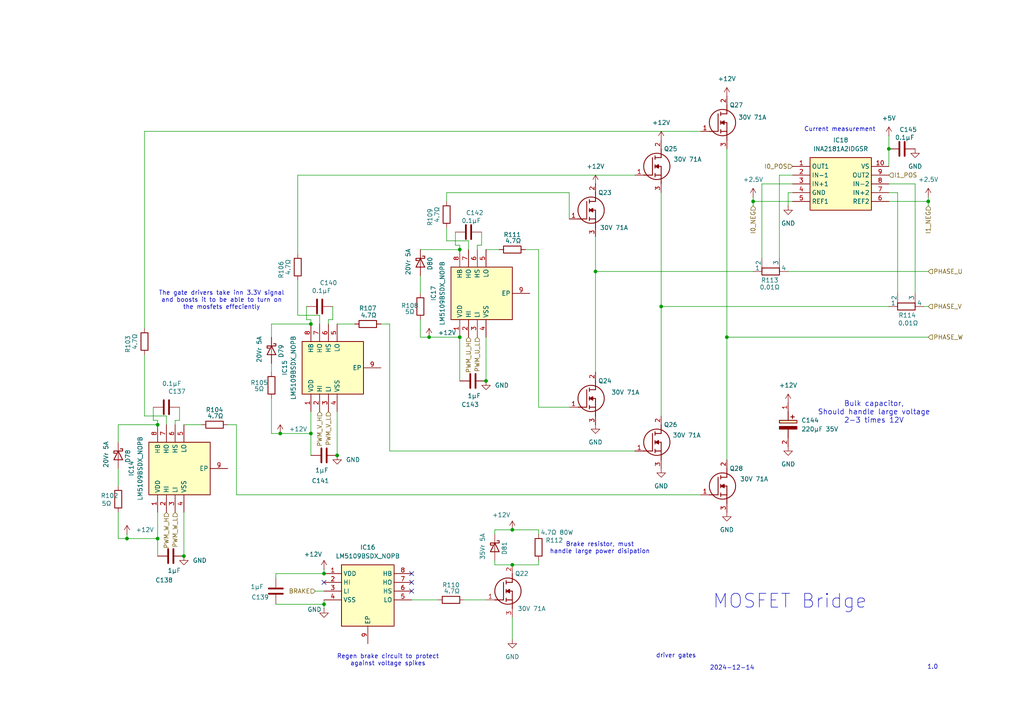
<source format=kicad_sch>
(kicad_sch (version 20231120) (generator "eeschema") (generator_version "8.0")
  (paper "A4")
  (lib_symbols
    (symbol "Device:C" (pin_numbers hide) (pin_names (offset 0.254))
      (property "Reference" "C" (at 0.635 2.54 0))
      (property "Value" "C" (at 0.635 -2.54 0))
      (symbol "C_0_1"
        (polyline (pts (xy -2.032 -0.762) (xy 2.032 -0.762)) (stroke (width 0.508)))
        (polyline (pts (xy -2.032 0.762) (xy 2.032 0.762)) (stroke (width 0.508)))
      )
      (symbol "C_1_1"
        (pin passive line (at 0 3.81 270) (length 2.794) (name "~") (number "1"))
        (pin passive line (at 0 -3.81 90) (length 2.794) (name "~") (number "2"))
      )
    )
    (symbol "Device:D_Schottky" (pin_numbers hide) (pin_names (offset 1.016) hide)
      (property "Reference" "D" (at 0 2.54 0))
      (property "Value" "D_Schottky" (at 0 -2.54 0))
      (symbol "D_Schottky_0_1"
        (polyline (pts (xy 1.27 0) (xy -1.27 0)))
        (polyline (pts (xy 1.27 1.27) (xy 1.27 -1.27) (xy -1.27 0) (xy 1.27 1.27)) (stroke (width 0.254)))
        (polyline (pts (xy -1.905 0.635) (xy -1.905 1.27) (xy -1.27 1.27) (xy -1.27 -1.27) (xy -0.635 -1.27) (xy -0.635 -0.635)) (stroke (width 0.254)))
      )
      (symbol "D_Schottky_1_1"
        (pin passive line (at -3.81 0 0) (length 2.54) (name "K") (number "1"))
        (pin passive line (at 3.81 0 180) (length 2.54) (name "A") (number "2"))
      )
    )
    (symbol "Device:R" (pin_numbers hide) (pin_names (offset 0))
      (property "Reference" "R" (at 2.032 0 90))
      (property "Value" "R" (at 0 0 90))
      (symbol "R_0_1"
        (rectangle (start -1.016 -2.54) (end 1.016 2.54) (stroke (width 0.254)))
      )
      (symbol "R_1_1"
        (pin passive line (at 0 3.81 270) (length 1.27) (name "~") (number "1"))
        (pin passive line (at 0 -3.81 90) (length 1.27) (name "~") (number "2"))
      )
    )
    (symbol "Device:R_Shunt" (pin_numbers hide) (pin_names (offset 0))
      (property "Reference" "R" (at -4.445 0 90))
      (property "Value" "R_Shunt" (at -2.54 0 90))
      (symbol "R_Shunt_0_1"
        (rectangle (start -1.016 -2.54) (end 1.016 2.54) (stroke (width 0.254)))
        (polyline (pts (xy 0 -2.54) (xy 1.27 -2.54)))
        (polyline (pts (xy 1.27 2.54) (xy 0 2.54)))
      )
      (symbol "R_Shunt_1_1"
        (pin passive line (at 0 5.08 270) (length 2.54) (name "1") (number "1"))
        (pin passive line (at 3.81 2.54 180) (length 2.54) (name "2") (number "2"))
        (pin passive line (at 3.81 -2.54 180) (length 2.54) (name "3") (number "3"))
        (pin passive line (at 0 -5.08 90) (length 2.54) (name "4") (number "4"))
      )
    )
    (symbol "INA2181A2IDGSR:INA2181A2IDGSR"
      (property "Reference" "IC" (at 24.13 7.62 0))
      (property "Value" "INA2181A2IDGSR" (at 24.13 5.08 0))
      (symbol "INA2181A2IDGSR_1_1"
        (rectangle (start 5.08 2.54) (end 22.86 -12.7) (stroke (width 0.254)) (fill (type background)))
        (pin passive line (at 0 0 0) (length 5.08) (name "OUT1") (number "1"))
        (pin passive line (at 27.94 0 180) (length 5.08) (name "VS") (number "10"))
        (pin passive line (at 0 -2.54 0) (length 5.08) (name "IN-1") (number "2"))
        (pin passive line (at 0 -5.08 0) (length 5.08) (name "IN+1") (number "3"))
        (pin passive line (at 0 -7.62 0) (length 5.08) (name "GND") (number "4"))
        (pin passive line (at 0 -10.16 0) (length 5.08) (name "REF1") (number "5"))
        (pin passive line (at 27.94 -10.16 180) (length 5.08) (name "REF2") (number "6"))
        (pin passive line (at 27.94 -7.62 180) (length 5.08) (name "IN+2") (number "7"))
        (pin passive line (at 27.94 -5.08 180) (length 5.08) (name "IN-2") (number "8"))
        (pin passive line (at 27.94 -2.54 180) (length 5.08) (name "OUT2") (number "9"))
      )
    )
    (symbol "IPD047N03LF2SATMA1:IPD047N03LF2SATMA1" (pin_names hide)
      (property "Reference" "Q" (at 11.43 3.81 0))
      (property "Value" "IPD047N03LF2SATMA1" (at 11.43 1.27 0))
      (symbol "IPD047N03LF2SATMA1_1_1"
        (polyline (pts (xy 2.54 0) (xy 5.08 0)) (stroke (width 0.254)))
        (polyline (pts (xy 5.08 5.08) (xy 5.08 0)) (stroke (width 0.254)))
        (polyline (pts (xy 5.842 -0.508) (xy 5.842 0.508)) (stroke (width 0.254)))
        (polyline (pts (xy 5.842 0) (xy 7.62 0)) (stroke (width 0.254)))
        (polyline (pts (xy 5.842 2.032) (xy 5.842 3.048)) (stroke (width 0.254)))
        (polyline (pts (xy 5.842 5.588) (xy 5.842 4.572)) (stroke (width 0.254)))
        (polyline (pts (xy 7.62 2.54) (xy 5.842 2.54)) (stroke (width 0.254)))
        (polyline (pts (xy 7.62 2.54) (xy 7.62 -2.54)) (stroke (width 0.254)))
        (polyline (pts (xy 7.62 5.08) (xy 5.842 5.08)) (stroke (width 0.254)))
        (polyline (pts (xy 7.62 5.08) (xy 7.62 7.62)) (stroke (width 0.254)))
        (polyline (pts (xy 5.842 2.54) (xy 6.858 3.048) (xy 6.858 2.032) (xy 5.842 2.54)) (stroke (width 0.254)) (fill (type outline)))
        (circle (center 6.35 2.54) (radius 3.81) (stroke (width 0.254)))
        (pin passive line (at 0 0 0) (length 2.54) (name "G") (number "1"))
        (pin passive line (at 7.62 10.16 270) (length 2.54) (name "D") (number "2"))
        (pin passive line (at 7.62 -5.08 90) (length 2.54) (name "S") (number "3"))
      )
    )
    (symbol "LM5109BSDX_NOPB:LM5109BSDX_NOPB"
      (property "Reference" "IC" (at 21.59 7.62 0))
      (property "Value" "LM5109BSDX_NOPB" (at 21.59 5.08 0))
      (symbol "LM5109BSDX_NOPB_1_1"
        (rectangle (start 5.08 2.54) (end 20.32 -15.24) (stroke (width 0.254)) (fill (type background)))
        (pin passive line (at 0 0 0) (length 5.08) (name "VDD") (number "1"))
        (pin passive line (at 0 -2.54 0) (length 5.08) (name "HI") (number "2"))
        (pin passive line (at 0 -5.08 0) (length 5.08) (name "LI") (number "3"))
        (pin passive line (at 0 -7.62 0) (length 5.08) (name "VSS") (number "4"))
        (pin passive line (at 25.4 -7.62 180) (length 5.08) (name "LO") (number "5"))
        (pin passive line (at 25.4 -5.08 180) (length 5.08) (name "HS") (number "6"))
        (pin passive line (at 25.4 -2.54 180) (length 5.08) (name "HO") (number "7"))
        (pin passive line (at 25.4 0 180) (length 5.08) (name "HB") (number "8"))
        (pin passive line (at 12.7 -20.32 90) (length 5.08) (name "EP") (number "9"))
      )
    )
    (symbol "MAL215099001E3:MAL215099001E3" (pin_names hide)
      (property "Reference" "C" (at 8.89 6.35 0))
      (property "Value" "MAL215099001E3" (at 8.89 3.81 0))
      (symbol "MAL215099001E3_1_1"
        (polyline (pts (xy 2.54 0) (xy 5.08 0)) (stroke (width 0.254)))
        (polyline (pts (xy 4.064 1.778) (xy 4.064 0.762)) (stroke (width 0.254)))
        (polyline (pts (xy 4.572 1.27) (xy 3.556 1.27)) (stroke (width 0.254)))
        (polyline (pts (xy 7.62 0) (xy 10.16 0)) (stroke (width 0.254)))
        (polyline (pts (xy 7.62 2.54) (xy 7.62 -2.54) (xy 6.858 -2.54) (xy 6.858 2.54) (xy 7.62 2.54)) (stroke (width 0.254)) (fill (type outline)))
        (rectangle (start 5.08 2.54) (end 5.842 -2.54) (stroke (width 0.254)) (fill (type background)))
        (pin passive line (at 0 0 0) (length 2.54) (name "+") (number "1"))
        (pin passive line (at 12.7 0 180) (length 2.54) (name "-") (number "2"))
      )
    )
    (symbol "power:+12V" (power) (pin_numbers hide) (pin_names (offset 0) hide)
      (property "Value" "+12V" (at 0 3.556 0))
      (symbol "+12V_0_1"
        (polyline (pts (xy -0.762 1.27) (xy 0 2.54)))
        (polyline (pts (xy 0 0) (xy 0 2.54)))
        (polyline (pts (xy 0 2.54) (xy 0.762 1.27)))
      )
      (symbol "+12V_1_1"
        (pin power_in line (at 0 0 90) (length 0) (name "~") (number "1"))
      )
    )
    (symbol "power:+2V5" (power) (pin_numbers hide) (pin_names (offset 0) hide)
      (property "Value" "+2V5" (at 0 3.556 0))
      (symbol "+2V5_0_1"
        (polyline (pts (xy -0.762 1.27) (xy 0 2.54)))
        (polyline (pts (xy 0 0) (xy 0 2.54)))
        (polyline (pts (xy 0 2.54) (xy 0.762 1.27)))
      )
      (symbol "+2V5_1_1"
        (pin power_in line (at 0 0 90) (length 0) (name "~") (number "1"))
      )
    )
    (symbol "power:+5V" (power) (pin_numbers hide) (pin_names (offset 0) hide)
      (property "Value" "+5V" (at 0 3.556 0))
      (symbol "+5V_0_1"
        (polyline (pts (xy -0.762 1.27) (xy 0 2.54)))
        (polyline (pts (xy 0 0) (xy 0 2.54)))
        (polyline (pts (xy 0 2.54) (xy 0.762 1.27)))
      )
      (symbol "+5V_1_1"
        (pin power_in line (at 0 0 90) (length 0) (name "~") (number "1"))
      )
    )
    (symbol "power:GND" (power) (pin_numbers hide) (pin_names (offset 0) hide)
      (property "Value" "GND" (at 0 -3.81 0))
      (symbol "GND_0_1"
        (polyline (pts (xy 0 0) (xy 0 -1.27) (xy 1.27 -1.27) (xy 0 -2.54) (xy -1.27 -1.27) (xy 0 -1.27)))
      )
      (symbol "GND_1_1"
        (pin power_in line (at 0 0 270) (length 0) (name "~") (number "1"))
      )
    )
  )
  (junction (at 148.59 163.83))
  (junction (at 133.35 72.39))
  (junction (at 81.28 125.73))
  (junction (at 269.24 58.42))
  (junction (at 90.17 125.73))
  (junction (at 93.98 175.26))
  (junction (at 148.59 153.67))
  (junction (at 97.79 132.08))
  (junction (at 124.46 97.79))
  (junction (at 140.97 110.49))
  (junction (at 90.17 93.98))
  (junction (at 210.82 97.79))
  (junction (at 45.72 123.19))
  (junction (at 45.72 156.21))
  (junction (at 133.35 97.79))
  (junction (at 93.98 166.37))
  (junction (at 257.81 43.18))
  (junction (at 191.77 88.9))
  (junction (at 172.72 78.74))
  (junction (at 36.83 156.21))
  (junction (at 218.44 58.42))
  (junction (at 53.34 161.29))
  (no_connect (at 119.38 171.45))
  (no_connect (at 93.98 168.91))
  (no_connect (at 119.38 166.37))
  (no_connect (at 119.38 168.91))
  (wire (pts (xy 156.21 163.83) (xy 156.21 162.56)))
  (wire (pts (xy 78.74 115.57) (xy 78.74 125.73)))
  (wire (pts (xy 140.97 72.39) (xy 144.78 72.39)))
  (wire (pts (xy 86.36 50.8) (xy 184.15 50.8)))
  (wire (pts (xy 45.72 121.92) (xy 45.72 123.19)))
  (wire (pts (xy 53.34 123.19) (xy 58.42 123.19)))
  (wire (pts (xy 143.51 163.83) (xy 148.59 163.83)))
  (wire (pts (xy 80.01 166.37) (xy 93.98 166.37)))
  (wire (pts (xy 68.58 123.19) (xy 68.58 143.51)))
  (wire (pts (xy 80.01 167.64) (xy 80.01 166.37)))
  (wire (pts (xy 41.91 102.87) (xy 41.91 120.65)))
  (wire (pts (xy 90.17 119.38) (xy 90.17 125.73)))
  (wire (pts (xy 165.1 55.88) (xy 165.1 63.5)))
  (wire (pts (xy 90.17 92.71) (xy 90.17 93.98)))
  (wire (pts (xy 257.81 43.18) (xy 257.81 48.26)))
  (wire (pts (xy 269.24 57.15) (xy 269.24 58.42)))
  (wire (pts (xy 90.17 125.73) (xy 90.17 132.08)))
  (wire (pts (xy 34.29 140.97) (xy 34.29 135.89)))
  (wire (pts (xy 148.59 153.67) (xy 156.21 153.67)))
  (wire (pts (xy 121.92 85.09) (xy 121.92 80.01)))
  (wire (pts (xy 156.21 72.39) (xy 156.21 118.11)))
  (wire (pts (xy 226.06 50.8) (xy 229.87 50.8)))
  (wire (pts (xy 257.81 55.88) (xy 260.35 55.88)))
  (wire (pts (xy 228.6 55.88) (xy 229.87 55.88)))
  (wire (pts (xy 228.6 78.74) (xy 269.24 78.74)))
  (wire (pts (xy 191.77 88.9) (xy 191.77 120.65)))
  (wire (pts (xy 34.29 123.19) (xy 45.72 123.19)))
  (wire (pts (xy 80.01 175.26) (xy 93.98 175.26)))
  (wire (pts (xy 132.08 71.12) (xy 133.35 71.12)))
  (wire (pts (xy 91.44 171.45) (xy 93.98 171.45)))
  (wire (pts (xy 45.72 156.21) (xy 36.83 156.21)))
  (wire (pts (xy 124.46 97.79) (xy 133.35 97.79)))
  (wire (pts (xy 172.72 78.74) (xy 218.44 78.74)))
  (wire (pts (xy 93.98 175.26) (xy 93.98 173.99)))
  (wire (pts (xy 257.81 53.34) (xy 265.43 53.34)))
  (wire (pts (xy 139.7 71.12) (xy 138.43 71.12)))
  (wire (pts (xy 269.24 59.69) (xy 269.24 58.42)))
  (wire (pts (xy 86.36 91.44) (xy 86.36 81.28)))
  (wire (pts (xy 121.92 97.79) (xy 121.92 92.71)))
  (wire (pts (xy 139.7 67.31) (xy 139.7 71.12)))
  (wire (pts (xy 36.83 156.21) (xy 34.29 156.21)))
  (wire (pts (xy 121.92 97.79) (xy 124.46 97.79)))
  (wire (pts (xy 226.06 50.8) (xy 226.06 74.93)))
  (wire (pts (xy 143.51 153.67) (xy 143.51 154.94)))
  (wire (pts (xy 172.72 68.58) (xy 172.72 78.74)))
  (wire (pts (xy 90.17 93.98) (xy 78.74 93.98)))
  (wire (pts (xy 134.62 173.99) (xy 140.97 173.99)))
  (wire (pts (xy 41.91 38.1) (xy 203.2 38.1)))
  (wire (pts (xy 140.97 97.79) (xy 140.97 110.49)))
  (wire (pts (xy 138.43 71.12) (xy 138.43 72.39)))
  (wire (pts (xy 133.35 97.79) (xy 133.35 110.49)))
  (wire (pts (xy 220.98 74.93) (xy 220.98 53.34)))
  (wire (pts (xy 96.52 92.71) (xy 95.25 92.71)))
  (wire (pts (xy 96.52 92.71) (xy 96.52 88.9)))
  (wire (pts (xy 143.51 162.56) (xy 143.51 163.83)))
  (wire (pts (xy 36.83 154.94) (xy 36.83 156.21)))
  (wire (pts (xy 129.54 58.42) (xy 129.54 55.88)))
  (wire (pts (xy 34.29 148.59) (xy 34.29 156.21)))
  (wire (pts (xy 45.72 161.29) (xy 45.72 156.21)))
  (wire (pts (xy 44.45 121.92) (xy 45.72 121.92)))
  (wire (pts (xy 210.82 97.79) (xy 210.82 133.35)))
  (wire (pts (xy 191.77 55.88) (xy 191.77 88.9)))
  (wire (pts (xy 129.54 55.88) (xy 165.1 55.88)))
  (wire (pts (xy 121.92 72.39) (xy 133.35 72.39)))
  (wire (pts (xy 191.77 88.9) (xy 257.81 88.9)))
  (wire (pts (xy 90.17 125.73) (xy 81.28 125.73)))
  (wire (pts (xy 218.44 59.69) (xy 218.44 58.42)))
  (wire (pts (xy 218.44 58.42) (xy 229.87 58.42)))
  (wire (pts (xy 228.6 55.88) (xy 228.6 59.69)))
  (wire (pts (xy 156.21 118.11) (xy 165.1 118.11)))
  (wire (pts (xy 220.98 53.34) (xy 229.87 53.34)))
  (wire (pts (xy 257.81 39.37) (xy 257.81 43.18)))
  (wire (pts (xy 257.81 58.42) (xy 269.24 58.42)))
  (wire (pts (xy 78.74 107.95) (xy 78.74 105.41)))
  (wire (pts (xy 88.9 88.9) (xy 88.9 92.71)))
  (wire (pts (xy 78.74 93.98) (xy 78.74 97.79)))
  (wire (pts (xy 260.35 85.09) (xy 260.35 55.88)))
  (wire (pts (xy 93.98 165.1) (xy 93.98 166.37)))
  (wire (pts (xy 88.9 92.71) (xy 90.17 92.71)))
  (wire (pts (xy 135.89 69.85) (xy 129.54 69.85)))
  (wire (pts (xy 93.98 176.53) (xy 93.98 175.26)))
  (wire (pts (xy 132.08 67.31) (xy 132.08 71.12)))
  (wire (pts (xy 135.89 72.39) (xy 135.89 69.85)))
  (wire (pts (xy 218.44 57.15) (xy 218.44 58.42)))
  (wire (pts (xy 156.21 153.67) (xy 156.21 154.94)))
  (wire (pts (xy 41.91 38.1) (xy 41.91 95.25)))
  (wire (pts (xy 68.58 143.51) (xy 203.2 143.51)))
  (wire (pts (xy 95.25 93.98) (xy 95.25 92.71)))
  (wire (pts (xy 129.54 69.85) (xy 129.54 66.04)))
  (wire (pts (xy 92.71 91.44) (xy 92.71 93.98)))
  (wire (pts (xy 113.03 130.81) (xy 184.15 130.81)))
  (wire (pts (xy 148.59 163.83) (xy 156.21 163.83)))
  (wire (pts (xy 133.35 71.12) (xy 133.35 72.39)))
  (wire (pts (xy 66.04 123.19) (xy 68.58 123.19)))
  (wire (pts (xy 52.07 118.11) (xy 52.07 121.92)))
  (wire (pts (xy 34.29 123.19) (xy 34.29 128.27)))
  (wire (pts (xy 148.59 179.07) (xy 148.59 185.42)))
  (wire (pts (xy 50.8 121.92) (xy 50.8 123.19)))
  (wire (pts (xy 86.36 91.44) (xy 92.71 91.44)))
  (wire (pts (xy 172.72 78.74) (xy 172.72 107.95)))
  (wire (pts (xy 110.49 93.98) (xy 113.03 93.98)))
  (wire (pts (xy 48.26 120.65) (xy 48.26 123.19)))
  (wire (pts (xy 113.03 93.98) (xy 113.03 130.81)))
  (wire (pts (xy 119.38 173.99) (xy 127 173.99)))
  (wire (pts (xy 210.82 43.18) (xy 210.82 97.79)))
  (wire (pts (xy 97.79 93.98) (xy 102.87 93.98)))
  (wire (pts (xy 152.4 72.39) (xy 156.21 72.39)))
  (wire (pts (xy 81.28 125.73) (xy 78.74 125.73)))
  (wire (pts (xy 86.36 73.66) (xy 86.36 50.8)))
  (wire (pts (xy 53.34 148.59) (xy 53.34 161.29)))
  (wire (pts (xy 45.72 156.21) (xy 45.72 148.59)))
  (wire (pts (xy 267.97 88.9) (xy 269.24 88.9)))
  (wire (pts (xy 148.59 153.67) (xy 143.51 153.67)))
  (wire (pts (xy 210.82 97.79) (xy 269.24 97.79)))
  (wire (pts (xy 41.91 120.65) (xy 48.26 120.65)))
  (wire (pts (xy 52.07 121.92) (xy 50.8 121.92)))
  (wire (pts (xy 97.79 119.38) (xy 97.79 132.08)))
  (wire (pts (xy 44.45 118.11) (xy 44.45 121.92)))
  (wire (pts (xy 265.43 85.09) (xy 265.43 53.34)))
  (text "1.0" (at 270.51 193.548 0) (effects (font (size 1.27 1.27))))
  (text "Brake resistor, must\nhandle large power disipation" (at 173.99 159.004 0) (effects (font (size 1.27 1.27))))
  (text "The gate drivers take inn 3.3V signal\nand boosts it to be able to turn on\nthe mosfets effeciently" (at 64.262 87.122 0) (effects (font (size 1.27 1.27))))
  (text "Regen brake circuit to protect\nagainst voltage spikes" (at 112.522 191.516 0) (effects (font (size 1.27 1.27))))
  (text "MOSFET Bridge\n" (at 229.108 174.498 0) (effects (font (size 4 4))))
  (text "driver gates" (at 196.088 190.246 0) (effects (font (size 1.27 1.27))))
  (text "2024-12-14" (at 212.344 193.802 0) (effects (font (size 1.27 1.27))))
  (text "Current measurement" (at 243.586 37.592 0) (effects (font (size 1.27 1.27))))
  (text "Bulk capacitor,\nShould handle large voltage\n2-3 times 12V\n" (at 253.492 119.634 0) (effects (font (size 1.5 1.5))))
  (hierarchical_label "PHASE_V" (shape input) (at 269.24 88.9 0))
  (hierarchical_label "I0_NEG" (shape input) (at 218.44 59.69 270))
  (hierarchical_label "PHASE_W" (shape input) (at 269.24 97.79 0))
  (hierarchical_label "BRAKE" (shape input) (at 91.44 171.45 180))
  (hierarchical_label "PWM_U_H" (shape input) (at 135.89 97.79 270))
  (hierarchical_label "I1_POS" (shape input) (at 257.81 50.8 0))
  (hierarchical_label "PWM_V_H" (shape input) (at 92.71 119.38 270))
  (hierarchical_label "PWM_W_L" (shape input) (at 50.8 148.59 270))
  (hierarchical_label "I1_NEG" (shape input) (at 269.24 59.69 270))
  (hierarchical_label "PWM_W_H" (shape input) (at 48.26 148.59 270))
  (hierarchical_label "PHASE_U" (shape input) (at 269.24 78.74 0))
  (hierarchical_label "PWM_V_L" (shape input) (at 95.25 119.38 270))
  (hierarchical_label "PWM_U_L" (shape input) (at 138.43 97.79 270))
  (hierarchical_label "I0_POS" (shape input) (at 229.87 48.26 180))
  (symbol (lib_id "power:GND") (at 97.79 132.08 0) (unit 1)
    (property "Reference" "#PWR0258" (effects (hide yes)))
    (property "Value" "GND" (at 100.33 133.3499 0) (effects (justify left)))
    (property "Description" "Power symbol creates a global label with name \"GND\" , ground" (effects (hide yes)))
    (instances (project "motordriver" (path "" (reference "#PWR0258") (unit 1)) (path "" (reference "#PWR06") (unit 1)) (path "" (reference "#PWR0193") (unit 1))))
  )
  (symbol (lib_id "Device:R") (at 41.91 99.06 180) (unit 1)
    (property "Reference" "R103" (at 37.084 99.822 90))
    (property "Value" "4.7Ω" (at 39.116 99.06 90))
    (property "Footprint" "Resistor_SMD:R_0603_1608Metric" (effects (hide yes)))
    (property "Description" "Resistor" (effects (hide yes)))
    (instances (project "motordriver" (path "" (reference "R103") (unit 1)) (path "" (reference "R2") (unit 1)) (path "" (reference "R77") (unit 1))))
  )
  (symbol (lib_id "IPD047N03LF2SATMA1:IPD047N03LF2SATMA1") (at 165.1 118.11 0) (unit 1)
    (property "Reference" "Q24" (at 173.482 110.49 0) (effects (justify left)))
    (property "Value" "30V 71A" (at 177.292 113.792 0) (effects (justify left)))
    (property "Footprint" "kuben-footprints:IPD047N03LF2SATMA1" (effects (hide yes)))
    (property "Datasheet" "https://www.infineon.com/dgdl/Infineon-IPD047N03LF2S-DataSheet-v01_00-EN.pdf?fileId=8ac78c8c92416ca50192b89c5f296484" (effects (hide yes)))
    (property "Description" "N-Channel 30 V 71A (Tc) 65W (Tc) Surface Mount PG-TO252-3" (effects (hide yes)))
    (property "Description_1" "N-Channel 30 V 71A (Tc) 65W (Tc) Surface Mount PG-TO252-3" (effects (hide yes)))
    (property "Height" "2.52" (effects (hide yes)))
    (property "Manufacturer_Name" "Infineon" (effects (hide yes)))
    (property "Manufacturer_Part_Number" "IPD047N03LF2SATMA1" (effects (hide yes)))
    (instances (project "motordriver" (path "" (reference "Q24") (unit 1)) (path "" (reference "Q3") (unit 1)) (path "" (reference "Q17") (unit 1))))
  )
  (symbol (lib_id "power:+12V") (at 228.6 116.84 0) (unit 1)
    (property "Reference" "#PWR0271" (effects (hide yes)))
    (property "Value" "+12V" (at 228.6 111.76 0))
    (property "Description" "Power symbol creates a global label with name \"+12V\"" (effects (hide yes)))
    (instances (project "motordriver" (path "" (reference "#PWR0271") (unit 1)) (path "" (reference "#PWR019") (unit 1)) (path "" (reference "#PWR0206") (unit 1))))
  )
  (symbol (lib_id "Device:R") (at 34.29 144.78 180) (unit 1)
    (property "Reference" "R102" (at 29.21 143.764 0) (effects (justify right)))
    (property "Value" "5Ω" (at 29.464 146.05 0) (effects (justify right)))
    (property "Footprint" "Resistor_SMD:R_0603_1608Metric" (effects (hide yes)))
    (property "Description" "Resistor" (effects (hide yes)))
    (instances (project "motordriver" (path "" (reference "R102") (unit 1)) (path "" (reference "R1") (unit 1)) (path "" (reference "R76") (unit 1))))
  )
  (symbol (lib_id "power:GND") (at 265.43 43.18 0) (unit 1)
    (property "Reference" "#PWR0274" (effects (hide yes)))
    (property "Value" "GND" (at 265.43 48.26 0))
    (property "Description" "Power symbol creates a global label with name \"GND\" , ground" (effects (hide yes)))
    (instances (project "motordriver" (path "" (reference "#PWR0274") (unit 1)) (path "" (reference "#PWR022") (unit 1)) (path "" (reference "#PWR0209") (unit 1))))
  )
  (symbol (lib_id "Device:R") (at 86.36 77.47 180) (unit 1)
    (property "Reference" "R106" (at 81.534 78.232 90))
    (property "Value" "4.7Ω" (at 83.566 77.47 90))
    (property "Footprint" "Resistor_SMD:R_0603_1608Metric" (effects (hide yes)))
    (property "Description" "Resistor" (effects (hide yes)))
    (instances (project "motordriver" (path "" (reference "R106") (unit 1)) (path "" (reference "R5") (unit 1)) (path "" (reference "R80") (unit 1))))
  )
  (symbol (lib_id "power:GND") (at 93.98 176.53 0) (unit 1)
    (property "Reference" "#PWR0257" (effects (hide yes)))
    (property "Value" "GND" (at 89.154 176.784 0) (effects (justify left)))
    (property "Description" "Power symbol creates a global label with name \"GND\" , ground" (effects (hide yes)))
    (instances (project "motordriver" (path "" (reference "#PWR0257") (unit 1)) (path "" (reference "#PWR05") (unit 1)) (path "" (reference "#PWR0192") (unit 1))))
  )
  (symbol (lib_id "IPD047N03LF2SATMA1:IPD047N03LF2SATMA1") (at 184.15 50.8 0) (unit 1)
    (property "Reference" "Q25" (at 192.532 43.18 0) (effects (justify left)))
    (property "Value" "30V 71A" (at 195.326 46.228 0) (effects (justify left)))
    (property "Footprint" "kuben-footprints:IPD047N03LF2SATMA1" (effects (hide yes)))
    (property "Datasheet" "https://www.infineon.com/dgdl/Infineon-IPD047N03LF2S-DataSheet-v01_00-EN.pdf?fileId=8ac78c8c92416ca50192b89c5f296484" (effects (hide yes)))
    (property "Description" "N-Channel 30 V 71A (Tc) 65W (Tc) Surface Mount PG-TO252-3" (effects (hide yes)))
    (property "Description_1" "N-Channel 30 V 71A (Tc) 65W (Tc) Surface Mount PG-TO252-3" (effects (hide yes)))
    (property "Height" "2.52" (effects (hide yes)))
    (property "Manufacturer_Name" "Infineon" (effects (hide yes)))
    (property "Manufacturer_Part_Number" "IPD047N03LF2SATMA1" (effects (hide yes)))
    (instances (project "motordriver" (path "" (reference "Q25") (unit 1)) (path "" (reference "Q4") (unit 1)) (path "" (reference "Q18") (unit 1))))
  )
  (symbol (lib_id "power:+12V") (at 172.72 53.34 0) (unit 1)
    (property "Reference" "#PWR0263" (effects (hide yes)))
    (property "Value" "+12V" (at 172.72 48.26 0))
    (property "Description" "Power symbol creates a global label with name \"+12V\"" (effects (hide yes)))
    (instances (project "" (path "" (reference "#PWR0263") (unit 1)) (path "" (reference "#PWR011") (unit 1)) (path "" (reference "#PWR0198") (unit 1))))
  )
  (symbol (lib_id "Device:R_Shunt") (at 262.89 88.9 90) (unit 1)
    (property "Reference" "R114" (at 263.144 91.44 90))
    (property "Value" "0.01Ω" (at 263.398 93.726 90))
    (property "Footprint" "Resistor_SMD:R_0603_1608Metric" (effects (hide yes)))
    (property "Description" "Shunt resistor" (effects (hide yes)))
    (instances (project "motordriver" (path "" (reference "R114") (unit 1)) (path "" (reference "R13") (unit 1)) (path "" (reference "R88") (unit 1))))
  )
  (symbol (lib_id "LM5109BSDX_NOPB:LM5109BSDX_NOPB") (at 90.17 119.38 90) (unit 1)
    (property "Reference" "IC15" (at 82.55 106.68 0))
    (property "Value" "LM5109BSDX_NOPB" (at 85.09 106.68 0))
    (property "Footprint" "kuben-footprints:SON80P400X400X80-9N" (effects (hide yes)))
    (property "Datasheet" "http://www.ti.com/lit/gpn/LM5109B" (effects (hide yes)))
    (property "Description" "High Voltage 1A Peak Half Bridge Gate Driver" (effects (hide yes)))
    (property "Height" "0.8" (effects (hide yes)))
    (property "Mouser Part Number" "926-LM5109BSDX/NOPB" (effects (hide yes)))
    (property "Mouser Price/Stock" "https://www.mouser.co.uk/ProductDetail/Texas-Instruments/LM5109BSDX-NOPB?qs=QbsRYf82W3F6fMiLbkf%252BhQ%3D%3D" (effects (hide yes)))
    (property "Manufacturer_Name" "Texas Instruments" (effects (hide yes)))
    (property "Manufacturer_Part_Number" "LM5109BSDX/NOPB" (effects (hide yes)))
    (instances (project "" (path "" (reference "IC15") (unit 1)) (path "" (reference "IC2") (unit 1)) (path "" (reference "IC10") (unit 1))))
  )
  (symbol (lib_id "power:+12V") (at 36.83 154.94 0) (unit 1)
    (property "Reference" "#PWR0253" (effects (hide yes)))
    (property "Value" "+12V" (at 39.37 153.6699 0) (effects (justify left)))
    (property "Description" "Power symbol creates a global label with name \"+12V\"" (effects (hide yes)))
    (instances (project "" (path "" (reference "#PWR0253") (unit 1)) (path "" (reference "#PWR01") (unit 1)) (path "" (reference "#PWR0188") (unit 1))))
  )
  (symbol (lib_id "LM5109BSDX_NOPB:LM5109BSDX_NOPB") (at 133.35 97.79 90) (unit 1)
    (property "Reference" "IC17" (at 125.73 85.09 0))
    (property "Value" "LM5109BSDX_NOPB" (at 128.27 85.09 0))
    (property "Footprint" "kuben-footprints:SON80P400X400X80-9N" (effects (hide yes)))
    (property "Datasheet" "http://www.ti.com/lit/gpn/LM5109B" (effects (hide yes)))
    (property "Description" "High Voltage 1A Peak Half Bridge Gate Driver" (effects (hide yes)))
    (property "Height" "0.8" (effects (hide yes)))
    (property "Mouser Part Number" "926-LM5109BSDX/NOPB" (effects (hide yes)))
    (property "Mouser Price/Stock" "https://www.mouser.co.uk/ProductDetail/Texas-Instruments/LM5109BSDX-NOPB?qs=QbsRYf82W3F6fMiLbkf%252BhQ%3D%3D" (effects (hide yes)))
    (property "Manufacturer_Name" "Texas Instruments" (effects (hide yes)))
    (property "Manufacturer_Part_Number" "LM5109BSDX/NOPB" (effects (hide yes)))
    (instances (project "motordriver" (path "" (reference "IC17") (unit 1)) (path "" (reference "IC4") (unit 1)) (path "" (reference "IC12") (unit 1))))
  )
  (symbol (lib_id "Device:C") (at 137.16 110.49 90) (unit 1)
    (property "Reference" "C143" (at 138.938 117.348 90) (effects (justify left)))
    (property "Value" "1µF" (at 139.446 114.808 90) (effects (justify left)))
    (property "Footprint" "Capacitor_SMD:C_0603_1608Metric" (effects (hide yes)))
    (property "Description" "Unpolarized capacitor" (effects (hide yes)))
    (instances (project "motordriver" (path "" (reference "C143") (unit 1)) (path "" (reference "C7") (unit 1)) (path "" (reference "C108") (unit 1))))
  )
  (symbol (lib_id "power:GND") (at 228.6 59.69 0) (unit 1)
    (property "Reference" "#PWR0270" (effects (hide yes)))
    (property "Value" "GND" (at 228.6 64.77 0))
    (property "Description" "Power symbol creates a global label with name \"GND\" , ground" (effects (hide yes)))
    (instances (project "motordriver" (path "" (reference "#PWR0270") (unit 1)) (path "" (reference "#PWR018") (unit 1)) (path "" (reference "#PWR0205") (unit 1))))
  )
  (symbol (lib_id "Device:R") (at 156.21 158.75 0) (unit 1)
    (property "Reference" "R112" (at 160.782 156.718 0))
    (property "Value" "4.7Ω 80W" (at 161.544 154.432 0))
    (property "Footprint" "Resistor_SMD:R_0603_1608Metric" (effects (hide yes)))
    (property "Description" "Resistor" (effects (hide yes)))
    (instances (project "motordriver" (path "" (reference "R112") (unit 1)) (path "" (reference "R11") (unit 1)) (path "" (reference "R86") (unit 1))))
  )
  (symbol (lib_id "Device:D_Schottky") (at 143.51 158.75 270) (unit 1)
    (property "Reference" "D81" (at 146.304 159.004 0))
    (property "Value" "35Vr 5A" (at 139.954 158.496 0))
    (property "Footprint" "Diode_SMD:D_0603_1608Metric" (effects (hide yes)))
    (property "Description" "Schottky diode" (effects (hide yes)))
    (instances (project "motordriver" (path "" (reference "D81") (unit 1)) (path "" (reference "D4") (unit 1)) (path "" (reference "D58") (unit 1))))
  )
  (symbol (lib_id "power:GND") (at 148.59 185.42 0) (unit 1)
    (property "Reference" "#PWR0262" (effects (hide yes)))
    (property "Value" "GND" (at 148.59 190.5 0))
    (property "Description" "Power symbol creates a global label with name \"GND\" , ground" (effects (hide yes)))
    (instances (project "motordriver" (path "" (reference "#PWR0262") (unit 1)) (path "" (reference "#PWR010") (unit 1)) (path "" (reference "#PWR0197") (unit 1))))
  )
  (symbol (lib_id "Device:R_Shunt") (at 223.52 78.74 90) (unit 1)
    (property "Reference" "R113" (at 223.266 81.28 90))
    (property "Value" "0.01Ω" (at 223.266 83.312 90))
    (property "Footprint" "Resistor_SMD:R_0603_1608Metric" (effects (hide yes)))
    (property "Description" "Shunt resistor" (effects (hide yes)))
    (instances (project "motordriver" (path "" (reference "R113") (unit 1)) (path "" (reference "R12") (unit 1)) (path "" (reference "R87") (unit 1))))
  )
  (symbol (lib_id "MAL215099001E3:MAL215099001E3") (at 228.6 116.84 270) (unit 1)
    (property "Reference" "C144" (at 232.41 121.9199 90) (effects (justify left)))
    (property "Value" "220µF 35V" (at 232.41 124.4599 90) (effects (justify left)))
    (property "Footprint" "kuben-footprints:CAPAE1050X1050N" (effects (hide yes)))
    (property "Description" "Aluminum Electrolytic Capacitors - SMD 220uF 35volts" (effects (hide yes)))
    (property "Height" "10.5" (effects (hide yes)))
    (property "Mouser Part Number" "594-MAL215099001E3" (effects (hide yes)))
    (property "Mouser Price/Stock" "https://www.mouser.co.uk/ProductDetail/Vishay-BC-Components/MAL215099001E3?qs=Ep9Lwju7gVqiNejX6ixLsw%3D%3D" (effects (hide yes)))
    (property "Manufacturer_Name" "Vishay" (effects (hide yes)))
    (property "Manufacturer_Part_Number" "MAL215099001E3" (effects (hide yes)))
    (instances (project "motordriver" (path "" (reference "C144") (unit 1)) (path "" (reference "C8") (unit 1)) (path "" (reference "C109") (unit 1))))
  )
  (symbol (lib_id "power:GND") (at 191.77 135.89 0) (unit 1)
    (property "Reference" "#PWR0266" (effects (hide yes)))
    (property "Value" "GND" (at 191.77 140.97 0))
    (property "Description" "Power symbol creates a global label with name \"GND\" , ground" (effects (hide yes)))
    (instances (project "motordriver" (path "" (reference "#PWR0266") (unit 1)) (path "" (reference "#PWR014") (unit 1)) (path "" (reference "#PWR0201") (unit 1))))
  )
  (symbol (lib_id "Device:R") (at 130.81 173.99 270) (unit 1)
    (property "Reference" "R110" (at 130.81 169.672 90))
    (property "Value" "4.7Ω" (at 131.064 171.45 90))
    (property "Footprint" "Resistor_SMD:R_0603_1608Metric" (effects (hide yes)))
    (property "Description" "Resistor" (effects (hide yes)))
    (instances (project "motordriver" (path "" (reference "R110") (unit 1)) (path "" (reference "R9") (unit 1)) (path "" (reference "R84") (unit 1))))
  )
  (symbol (lib_id "Device:R") (at 121.92 88.9 180) (unit 1)
    (property "Reference" "R108" (at 118.872 88.646 0))
    (property "Value" "5Ω" (at 118.872 90.424 0))
    (property "Footprint" "Resistor_SMD:R_0603_1608Metric" (effects (hide yes)))
    (property "Description" "Resistor" (effects (hide yes)))
    (instances (project "motordriver" (path "" (reference "R108") (unit 1)) (path "" (reference "R7") (unit 1)) (path "" (reference "R82") (unit 1))))
  )
  (symbol (lib_id "IPD047N03LF2SATMA1:IPD047N03LF2SATMA1") (at 165.1 63.5 0) (unit 1)
    (property "Reference" "Q23" (at 173.482 55.88 0) (effects (justify left)))
    (property "Value" "30V 71A" (at 173.99 66.04 0) (effects (justify left)))
    (property "Footprint" "kuben-footprints:IPD047N03LF2SATMA1" (effects (hide yes)))
    (property "Datasheet" "https://www.infineon.com/dgdl/Infineon-IPD047N03LF2S-DataSheet-v01_00-EN.pdf?fileId=8ac78c8c92416ca50192b89c5f296484" (effects (hide yes)))
    (property "Description" "N-Channel 30 V 71A (Tc) 65W (Tc) Surface Mount PG-TO252-3" (effects (hide yes)))
    (property "Description_1" "N-Channel 30 V 71A (Tc) 65W (Tc) Surface Mount PG-TO252-3" (effects (hide yes)))
    (property "Height" "2.52" (effects (hide yes)))
    (property "Manufacturer_Name" "Infineon" (effects (hide yes)))
    (property "Manufacturer_Part_Number" "IPD047N03LF2SATMA1" (effects (hide yes)))
    (instances (project "motordriver" (path "" (reference "Q23") (unit 1)) (path "" (reference "Q2") (unit 1)) (path "" (reference "Q16") (unit 1))))
  )
  (symbol (lib_id "Device:C") (at 261.62 43.18 270) (unit 1)
    (property "Reference" "C145" (at 260.858 37.592 90) (effects (justify left)))
    (property "Value" "0.1µF" (at 259.588 39.878 90) (effects (justify left)))
    (property "Footprint" "Capacitor_SMD:C_0603_1608Metric" (effects (hide yes)))
    (property "Description" "Unpolarized capacitor" (effects (hide yes)))
    (instances (project "motordriver" (path "" (reference "C145") (unit 1)) (path "" (reference "C9") (unit 1)) (path "" (reference "C110") (unit 1))))
  )
  (symbol (lib_id "IPD047N03LF2SATMA1:IPD047N03LF2SATMA1") (at 203.2 38.1 0) (unit 1)
    (property "Reference" "Q27" (at 211.582 30.48 0) (effects (justify left)))
    (property "Value" "30V 71A" (at 214.122 34.036 0) (effects (justify left)))
    (property "Footprint" "kuben-footprints:IPD047N03LF2SATMA1" (effects (hide yes)))
    (property "Datasheet" "https://www.infineon.com/dgdl/Infineon-IPD047N03LF2S-DataSheet-v01_00-EN.pdf?fileId=8ac78c8c92416ca50192b89c5f296484" (effects (hide yes)))
    (property "Description" "N-Channel 30 V 71A (Tc) 65W (Tc) Surface Mount PG-TO252-3" (effects (hide yes)))
    (property "Description_1" "N-Channel 30 V 71A (Tc) 65W (Tc) Surface Mount PG-TO252-3" (effects (hide yes)))
    (property "Height" "2.52" (effects (hide yes)))
    (property "Manufacturer_Name" "Infineon" (effects (hide yes)))
    (property "Manufacturer_Part_Number" "IPD047N03LF2SATMA1" (effects (hide yes)))
    (instances (project "motordriver" (path "" (reference "Q27") (unit 1)) (path "" (reference "Q6") (unit 1)) (path "" (reference "Q20") (unit 1))))
  )
  (symbol (lib_id "power:+12V") (at 210.82 27.94 0) (unit 1)
    (property "Reference" "#PWR0267" (effects (hide yes)))
    (property "Value" "+12V" (at 210.82 22.86 0))
    (property "Description" "Power symbol creates a global label with name \"+12V\"" (effects (hide yes)))
    (instances (project "motordriver" (path "" (reference "#PWR0267") (unit 1)) (path "" (reference "#PWR015") (unit 1)) (path "" (reference "#PWR0202") (unit 1))))
  )
  (symbol (lib_id "power:GND") (at 172.72 123.19 0) (unit 1)
    (property "Reference" "#PWR0264" (effects (hide yes)))
    (property "Value" "GND" (at 172.72 128.27 0))
    (property "Description" "Power symbol creates a global label with name \"GND\" , ground" (effects (hide yes)))
    (instances (project "motordriver" (path "" (reference "#PWR0264") (unit 1)) (path "" (reference "#PWR012") (unit 1)) (path "" (reference "#PWR0199") (unit 1))))
  )
  (symbol (lib_id "power:+12V") (at 191.77 40.64 0) (unit 1)
    (property "Reference" "#PWR0265" (effects (hide yes)))
    (property "Value" "+12V" (at 191.77 35.56 0))
    (property "Description" "Power symbol creates a global label with name \"+12V\"" (effects (hide yes)))
    (instances (project "motordriver" (path "" (reference "#PWR0265") (unit 1)) (path "" (reference "#PWR013") (unit 1)) (path "" (reference "#PWR0200") (unit 1))))
  )
  (symbol (lib_id "power:GND") (at 53.34 161.29 0) (unit 1)
    (property "Reference" "#PWR0254" (effects (hide yes)))
    (property "Value" "GND" (at 55.88 162.5599 0) (effects (justify left)))
    (property "Description" "Power symbol creates a global label with name \"GND\" , ground" (effects (hide yes)))
    (instances (project "motordriver" (path "" (reference "#PWR0254") (unit 1)) (path "" (reference "#PWR02") (unit 1)) (path "" (reference "#PWR0189") (unit 1))))
  )
  (symbol (lib_id "Device:C") (at 48.26 118.11 270) (unit 1)
    (property "Reference" "C137" (at 48.768 113.538 90) (effects (justify left)))
    (property "Value" "0.1µF" (at 46.99 111.252 90) (effects (justify left)))
    (property "Footprint" "Capacitor_SMD:C_0603_1608Metric" (effects (hide yes)))
    (property "Description" "Unpolarized capacitor" (effects (hide yes)))
    (instances (project "motordriver" (path "" (reference "C137") (unit 1)) (path "" (reference "C1") (unit 1)) (path "" (reference "C102") (unit 1))))
  )
  (symbol (lib_id "power:+2V5") (at 218.44 57.15 0) (unit 1)
    (property "Reference" "#PWR0269" (effects (hide yes)))
    (property "Value" "+2.5V" (at 218.44 52.07 0))
    (property "Description" "Power symbol creates a global label with name \"+2V5\"" (effects (hide yes)))
    (instances (project "" (path "" (reference "#PWR0269") (unit 1)) (path "" (reference "#PWR017") (unit 1)) (path "" (reference "#PWR0204") (unit 1))))
  )
  (symbol (lib_id "Device:C") (at 93.98 132.08 90) (unit 1)
    (property "Reference" "C141" (at 95.504 139.446 90) (effects (justify left)))
    (property "Value" "1µF" (at 95.25 136.398 90) (effects (justify left)))
    (property "Footprint" "Capacitor_SMD:C_0603_1608Metric" (effects (hide yes)))
    (property "Description" "Unpolarized capacitor" (effects (hide yes)))
    (instances (project "motordriver" (path "" (reference "C141") (unit 1)) (path "" (reference "C5") (unit 1)) (path "" (reference "C106") (unit 1))))
  )
  (symbol (lib_id "Device:D_Schottky") (at 78.74 101.6 270) (unit 1)
    (property "Reference" "D79" (at 81.534 101.854 0))
    (property "Value" "20Vr 5A" (at 75.184 101.346 0))
    (property "Footprint" "Diode_SMD:D_0603_1608Metric" (effects (hide yes)))
    (property "Description" "Schottky diode" (effects (hide yes)))
    (instances (project "motordriver" (path "" (reference "D79") (unit 1)) (path "" (reference "D2") (unit 1)) (path "" (reference "D56") (unit 1))))
  )
  (symbol (lib_id "power:+12V") (at 93.98 165.1 0) (unit 1)
    (property "Reference" "#PWR0256" (effects (hide yes)))
    (property "Value" "+12V" (at 88.138 160.782 0) (effects (justify left)))
    (property "Description" "Power symbol creates a global label with name \"+12V\"" (effects (hide yes)))
    (instances (project "motordriver" (path "" (reference "#PWR0256") (unit 1)) (path "" (reference "#PWR04") (unit 1)) (path "" (reference "#PWR0191") (unit 1))))
  )
  (symbol (lib_id "Device:C") (at 92.71 88.9 270) (unit 1)
    (property "Reference" "C140" (at 92.71 82.042 90) (effects (justify left)))
    (property "Value" "0.1µF" (at 90.424 84.328 90) (effects (justify left)))
    (property "Footprint" "Capacitor_SMD:C_0603_1608Metric" (effects (hide yes)))
    (property "Description" "Unpolarized capacitor" (effects (hide yes)))
    (instances (project "motordriver" (path "" (reference "C140") (unit 1)) (path "" (reference "C4") (unit 1)) (path "" (reference "C105") (unit 1))))
  )
  (symbol (lib_id "IPD047N03LF2SATMA1:IPD047N03LF2SATMA1") (at 184.15 130.81 0) (unit 1)
    (property "Reference" "Q26" (at 192.532 123.19 0) (effects (justify left)))
    (property "Value" "30V 71A" (at 195.072 126.238 0) (effects (justify left)))
    (property "Footprint" "kuben-footprints:IPD047N03LF2SATMA1" (effects (hide yes)))
    (property "Datasheet" "https://www.infineon.com/dgdl/Infineon-IPD047N03LF2S-DataSheet-v01_00-EN.pdf?fileId=8ac78c8c92416ca50192b89c5f296484" (effects (hide yes)))
    (property "Description" "N-Channel 30 V 71A (Tc) 65W (Tc) Surface Mount PG-TO252-3" (effects (hide yes)))
    (property "Description_1" "N-Channel 30 V 71A (Tc) 65W (Tc) Surface Mount PG-TO252-3" (effects (hide yes)))
    (property "Height" "2.52" (effects (hide yes)))
    (property "Manufacturer_Name" "Infineon" (effects (hide yes)))
    (property "Manufacturer_Part_Number" "IPD047N03LF2SATMA1" (effects (hide yes)))
    (instances (project "motordriver" (path "" (reference "Q26") (unit 1)) (path "" (reference "Q5") (unit 1)) (path "" (reference "Q19") (unit 1))))
  )
  (symbol (lib_id "Device:R") (at 129.54 62.23 180) (unit 1)
    (property "Reference" "R109" (at 124.714 62.992 90))
    (property "Value" "4.7Ω" (at 126.746 62.23 90))
    (property "Footprint" "Resistor_SMD:R_0603_1608Metric" (effects (hide yes)))
    (property "Description" "Resistor" (effects (hide yes)))
    (instances (project "motordriver" (path "" (reference "R109") (unit 1)) (path "" (reference "R8") (unit 1)) (path "" (reference "R83") (unit 1))))
  )
  (symbol (lib_id "Device:C") (at 135.89 67.31 270) (unit 1)
    (property "Reference" "C142" (at 135.128 61.722 90) (effects (justify left)))
    (property "Value" "0.1µF" (at 133.858 64.008 90) (effects (justify left)))
    (property "Footprint" "Capacitor_SMD:C_0603_1608Metric" (effects (hide yes)))
    (property "Description" "Unpolarized capacitor" (effects (hide yes)))
    (instances (project "motordriver" (path "" (reference "C142") (unit 1)) (path "" (reference "C6") (unit 1)) (path "" (reference "C107") (unit 1))))
  )
  (symbol (lib_id "Device:R") (at 62.23 123.19 270) (unit 1)
    (property "Reference" "R104" (at 62.23 118.872 90))
    (property "Value" "4.7Ω" (at 62.484 120.65 90))
    (property "Footprint" "Resistor_SMD:R_0603_1608Metric" (effects (hide yes)))
    (property "Description" "Resistor" (effects (hide yes)))
    (instances (project "motordriver" (path "" (reference "R104") (unit 1)) (path "" (reference "R3") (unit 1)) (path "" (reference "R78") (unit 1))))
  )
  (symbol (lib_id "power:GND") (at 210.82 148.59 0) (unit 1)
    (property "Reference" "#PWR0268" (effects (hide yes)))
    (property "Value" "GND" (at 210.82 153.67 0))
    (property "Description" "Power symbol creates a global label with name \"GND\" , ground" (effects (hide yes)))
    (instances (project "motordriver" (path "" (reference "#PWR0268") (unit 1)) (path "" (reference "#PWR016") (unit 1)) (path "" (reference "#PWR0203") (unit 1))))
  )
  (symbol (lib_id "power:GND") (at 140.97 110.49 0) (unit 1)
    (property "Reference" "#PWR0260" (effects (hide yes)))
    (property "Value" "GND" (at 143.51 111.7599 0) (effects (justify left)))
    (property "Description" "Power symbol creates a global label with name \"GND\" , ground" (effects (hide yes)))
    (instances (project "motordriver" (path "" (reference "#PWR0260") (unit 1)) (path "" (reference "#PWR08") (unit 1)) (path "" (reference "#PWR0195") (unit 1))))
  )
  (symbol (lib_id "IPD047N03LF2SATMA1:IPD047N03LF2SATMA1") (at 203.2 143.51 0) (unit 1)
    (property "Reference" "Q28" (at 211.582 135.89 0) (effects (justify left)))
    (property "Value" "30V 71A" (at 214.63 138.938 0) (effects (justify left)))
    (property "Footprint" "kuben-footprints:IPD047N03LF2SATMA1" (effects (hide yes)))
    (property "Datasheet" "https://www.infineon.com/dgdl/Infineon-IPD047N03LF2S-DataSheet-v01_00-EN.pdf?fileId=8ac78c8c92416ca50192b89c5f296484" (effects (hide yes)))
    (property "Description" "N-Channel 30 V 71A (Tc) 65W (Tc) Surface Mount PG-TO252-3" (effects (hide yes)))
    (property "Description_1" "N-Channel 30 V 71A (Tc) 65W (Tc) Surface Mount PG-TO252-3" (effects (hide yes)))
    (property "Height" "2.52" (effects (hide yes)))
    (property "Manufacturer_Name" "Infineon" (effects (hide yes)))
    (property "Manufacturer_Part_Number" "IPD047N03LF2SATMA1" (effects (hide yes)))
    (instances (project "motordriver" (path "" (reference "Q28") (unit 1)) (path "" (reference "Q7") (unit 1)) (path "" (reference "Q21") (unit 1))))
  )
  (symbol (lib_id "LM5109BSDX_NOPB:LM5109BSDX_NOPB") (at 45.72 148.59 90) (unit 1)
    (property "Reference" "IC14" (at 38.1 135.89 0))
    (property "Value" "LM5109BSDX_NOPB" (at 40.64 135.89 0))
    (property "Footprint" "kuben-footprints:SON80P400X400X80-9N" (effects (hide yes)))
    (property "Datasheet" "http://www.ti.com/lit/gpn/LM5109B" (effects (hide yes)))
    (property "Description" "High Voltage 1A Peak Half Bridge Gate Driver" (effects (hide yes)))
    (property "Height" "0.8" (effects (hide yes)))
    (property "Mouser Part Number" "926-LM5109BSDX/NOPB" (effects (hide yes)))
    (property "Mouser Price/Stock" "https://www.mouser.co.uk/ProductDetail/Texas-Instruments/LM5109BSDX-NOPB?qs=QbsRYf82W3F6fMiLbkf%252BhQ%3D%3D" (effects (hide yes)))
    (property "Manufacturer_Name" "Texas Instruments" (effects (hide yes)))
    (property "Manufacturer_Part_Number" "LM5109BSDX/NOPB" (effects (hide yes)))
    (instances (project "motordriver" (path "" (reference "IC14") (unit 1)) (path "" (reference "IC1") (unit 1)) (path "" (reference "IC9") (unit 1))))
  )
  (symbol (lib_id "Device:C") (at 49.53 161.29 90) (unit 1)
    (property "Reference" "C138" (at 50.165 168.275 90) (effects (justify left)))
    (property "Value" "1µF" (at 52.451 165.481 90) (effects (justify left)))
    (property "Footprint" "Capacitor_SMD:C_0603_1608Metric" (effects (hide yes)))
    (property "Description" "Unpolarized capacitor" (effects (hide yes)))
    (instances (project "" (path "" (reference "C138") (unit 1)) (path "" (reference "C2") (unit 1)) (path "" (reference "C103") (unit 1))))
  )
  (symbol (lib_id "power:+12V") (at 124.46 97.79 0) (unit 1)
    (property "Reference" "#PWR0259" (effects (hide yes)))
    (property "Value" "+12V" (at 127 96.5199 0) (effects (justify left)))
    (property "Description" "Power symbol creates a global label with name \"+12V\"" (effects (hide yes)))
    (instances (project "motordriver" (path "" (reference "#PWR0259") (unit 1)) (path "" (reference "#PWR07") (unit 1)) (path "" (reference "#PWR0194") (unit 1))))
  )
  (symbol (lib_id "Device:C") (at 80.01 171.45 0) (unit 1)
    (property "Reference" "C139" (at 72.898 173.228 0) (effects (justify left)))
    (property "Value" "1µF" (at 72.644 170.18 0) (effects (justify left)))
    (property "Footprint" "Capacitor_SMD:C_0603_1608Metric" (effects (hide yes)))
    (property "Description" "Unpolarized capacitor" (effects (hide yes)))
    (instances (project "motordriver" (path "" (reference "C139") (unit 1)) (path "" (reference "C3") (unit 1)) (path "" (reference "C104") (unit 1))))
  )
  (symbol (lib_id "power:+5V") (at 257.81 39.37 0) (unit 1)
    (property "Reference" "#PWR0273" (effects (hide yes)))
    (property "Value" "+5V" (at 257.81 34.29 0))
    (property "Description" "Power symbol creates a global label with name \"+5V\"" (effects (hide yes)))
    (instances (project "" (path "" (reference "#PWR0273") (unit 1)) (path "" (reference "#PWR021") (unit 1)) (path "" (reference "#PWR0208") (unit 1))))
  )
  (symbol (lib_id "INA2181A2IDGSR:INA2181A2IDGSR") (at 229.87 48.26 0) (unit 1)
    (property "Reference" "IC18" (at 243.84 40.64 0))
    (property "Value" "INA2181A2IDGSR" (at 243.84 43.18 0))
    (property "Footprint" "kuben-footprints:SOP50P490X110-10N" (effects (hide yes)))
    (property "Datasheet" "http://www.ti.com/lit/gpn/ina2181" (effects (hide yes)))
    (property "Description" "Dual Channel, 26V, Bi-Directional, Low-/High-Side Voltage Output Current Sense Amp" (effects (hide yes)))
    (property "Height" "1.1" (effects (hide yes)))
    (property "Manufacturer_Name" "Texas Instruments" (effects (hide yes)))
    (property "Manufacturer_Part_Number" "INA2181A2IDGSR" (effects (hide yes)))
    (property "Arrow Part Number" "INA2181A2IDGSR" (effects (hide yes)))
    (property "Arrow Price/Stock" "https://www.arrow.com/en/products/ina2181a2idgsr/texas-instruments?region=nac" (effects (hide yes)))
    (property "Mouser Part Number" "595-INA2181A2IDGSR" (effects (hide yes)))
    (property "Mouser Price/Stock" "https://www.mouser.co.uk/ProductDetail/Texas-Instruments/INA2181A2IDGSR?qs=j%252B1pi9TdxUbSc7%2FF4x4s3g%3D%3D" (effects (hide yes)))
    (instances (project "" (path "" (reference "IC18") (unit 1)) (path "" (reference "IC5") (unit 1)) (path "" (reference "IC13") (unit 1))))
  )
  (symbol (lib_id "power:+2V5") (at 269.24 57.15 0) (unit 1)
    (property "Reference" "#PWR0275" (effects (hide yes)))
    (property "Value" "+2.5V" (at 269.24 52.07 0))
    (property "Description" "Power symbol creates a global label with name \"+2V5\"" (effects (hide yes)))
    (instances (project "motordriver" (path "" (reference "#PWR0275") (unit 1)) (path "" (reference "#PWR023") (unit 1)) (path "" (reference "#PWR0210") (unit 1))))
  )
  (symbol (lib_id "power:+12V") (at 148.59 153.67 0) (unit 1)
    (property "Reference" "#PWR0261" (effects (hide yes)))
    (property "Value" "+12V" (at 142.748 149.352 0) (effects (justify left)))
    (property "Description" "Power symbol creates a global label with name \"+12V\"" (effects (hide yes)))
    (instances (project "motordriver" (path "" (reference "#PWR0261") (unit 1)) (path "" (reference "#PWR09") (unit 1)) (path "" (reference "#PWR0196") (unit 1))))
  )
  (symbol (lib_id "power:+12V") (at 81.28 125.73 0) (unit 1)
    (property "Reference" "#PWR0255" (effects (hide yes)))
    (property "Value" "+12V" (at 83.82 124.4599 0) (effects (justify left)))
    (property "Description" "Power symbol creates a global label with name \"+12V\"" (effects (hide yes)))
    (instances (project "motordriver" (path "" (reference "#PWR0255") (unit 1)) (path "" (reference "#PWR03") (unit 1)) (path "" (reference "#PWR0190") (unit 1))))
  )
  (symbol (lib_id "Device:D_Schottky") (at 121.92 76.2 270) (unit 1)
    (property "Reference" "D80" (at 124.714 76.454 0))
    (property "Value" "20Vr 5A" (at 118.364 75.946 0))
    (property "Footprint" "Diode_SMD:D_0603_1608Metric" (effects (hide yes)))
    (property "Description" "Schottky diode" (effects (hide yes)))
    (instances (project "motordriver" (path "" (reference "D80") (unit 1)) (path "" (reference "D3") (unit 1)) (path "" (reference "D57") (unit 1))))
  )
  (symbol (lib_id "LM5109BSDX_NOPB:LM5109BSDX_NOPB") (at 93.98 166.37 0) (unit 1)
    (property "Reference" "IC16" (at 106.68 158.75 0))
    (property "Value" "LM5109BSDX_NOPB" (at 106.68 161.29 0))
    (property "Footprint" "kuben-footprints:SON80P400X400X80-9N" (effects (hide yes)))
    (property "Datasheet" "http://www.ti.com/lit/gpn/LM5109B" (effects (hide yes)))
    (property "Description" "High Voltage 1A Peak Half Bridge Gate Driver" (effects (hide yes)))
    (property "Height" "0.8" (effects (hide yes)))
    (property "Mouser Part Number" "926-LM5109BSDX/NOPB" (effects (hide yes)))
    (property "Mouser Price/Stock" "https://www.mouser.co.uk/ProductDetail/Texas-Instruments/LM5109BSDX-NOPB?qs=QbsRYf82W3F6fMiLbkf%252BhQ%3D%3D" (effects (hide yes)))
    (property "Manufacturer_Name" "Texas Instruments" (effects (hide yes)))
    (property "Manufacturer_Part_Number" "LM5109BSDX/NOPB" (effects (hide yes)))
    (instances (project "motordriver" (path "" (reference "IC16") (unit 1)) (path "" (reference "IC3") (unit 1)) (path "" (reference "IC11") (unit 1))))
  )
  (symbol (lib_id "Device:D_Schottky") (at 34.29 132.08 270) (unit 1)
    (property "Reference" "D78" (at 37.084 132.334 0))
    (property "Value" "20Vr 5A" (at 30.734 131.826 0))
    (property "Footprint" "Diode_SMD:D_0603_1608Metric" (effects (hide yes)))
    (property "Description" "Schottky diode" (effects (hide yes)))
    (instances (project "motordriver" (path "" (reference "D78") (unit 1)) (path "" (reference "D1") (unit 1)) (path "" (reference "D55") (unit 1))))
  )
  (symbol (lib_id "Device:R") (at 106.68 93.98 270) (unit 1)
    (property "Reference" "R107" (at 106.68 89.408 90))
    (property "Value" "4.7Ω" (at 106.934 91.44 90))
    (property "Footprint" "Resistor_SMD:R_0603_1608Metric" (effects (hide yes)))
    (property "Description" "Resistor" (effects (hide yes)))
    (instances (project "motordriver" (path "" (reference "R107") (unit 1)) (path "" (reference "R6") (unit 1)) (path "" (reference "R81") (unit 1))))
  )
  (symbol (lib_id "IPD047N03LF2SATMA1:IPD047N03LF2SATMA1") (at 140.97 173.99 0) (unit 1)
    (property "Reference" "Q22" (at 149.352 166.37 0) (effects (justify left)))
    (property "Value" "30V 71A" (at 150.114 176.53 0) (effects (justify left)))
    (property "Footprint" "kuben-footprints:IPD047N03LF2SATMA1" (effects (hide yes)))
    (property "Datasheet" "https://www.infineon.com/dgdl/Infineon-IPD047N03LF2S-DataSheet-v01_00-EN.pdf?fileId=8ac78c8c92416ca50192b89c5f296484" (effects (hide yes)))
    (property "Description" "N-Channel 30 V 71A (Tc) 65W (Tc) Surface Mount PG-TO252-3" (effects (hide yes)))
    (property "Description_1" "N-Channel 30 V 71A (Tc) 65W (Tc) Surface Mount PG-TO252-3" (effects (hide yes)))
    (property "Height" "2.52" (effects (hide yes)))
    (property "Manufacturer_Name" "Infineon" (effects (hide yes)))
    (property "Manufacturer_Part_Number" "IPD047N03LF2SATMA1" (effects (hide yes)))
    (instances (project "motordriver" (path "" (reference "Q22") (unit 1)) (path "" (reference "Q1") (unit 1)) (path "" (reference "Q15") (unit 1))))
  )
  (symbol (lib_id "Device:R") (at 148.59 72.39 270) (unit 1)
    (property "Reference" "R111" (at 148.59 68.072 90))
    (property "Value" "4.7Ω" (at 148.844 69.85 90))
    (property "Footprint" "Resistor_SMD:R_0603_1608Metric" (effects (hide yes)))
    (property "Description" "Resistor" (effects (hide yes)))
    (instances (project "motordriver" (path "" (reference "R111") (unit 1)) (path "" (reference "R10") (unit 1)) (path "" (reference "R85") (unit 1))))
  )
  (symbol (lib_id "Device:R") (at 78.74 111.76 180) (unit 1)
    (property "Reference" "R105" (at 75.184 110.998 0))
    (property "Value" "5Ω" (at 75.184 112.776 0))
    (property "Footprint" "Resistor_SMD:R_0603_1608Metric" (effects (hide yes)))
    (property "Description" "Resistor" (effects (hide yes)))
    (instances (project "motordriver" (path "" (reference "R105") (unit 1)) (path "" (reference "R4") (unit 1)) (path "" (reference "R79") (unit 1))))
  )
  (symbol (lib_id "power:GND") (at 228.6 129.54 0) (unit 1)
    (property "Reference" "#PWR0272" (effects (hide yes)))
    (property "Value" "GND" (at 228.6 134.62 0))
    (property "Description" "Power symbol creates a global label with name \"GND\" , ground" (effects (hide yes)))
    (instances (project "motordriver" (path "" (reference "#PWR0272") (unit 1)) (path "" (reference "#PWR020") (unit 1)) (path "" (reference "#PWR0207") (unit 1))))
  )
)
</source>
